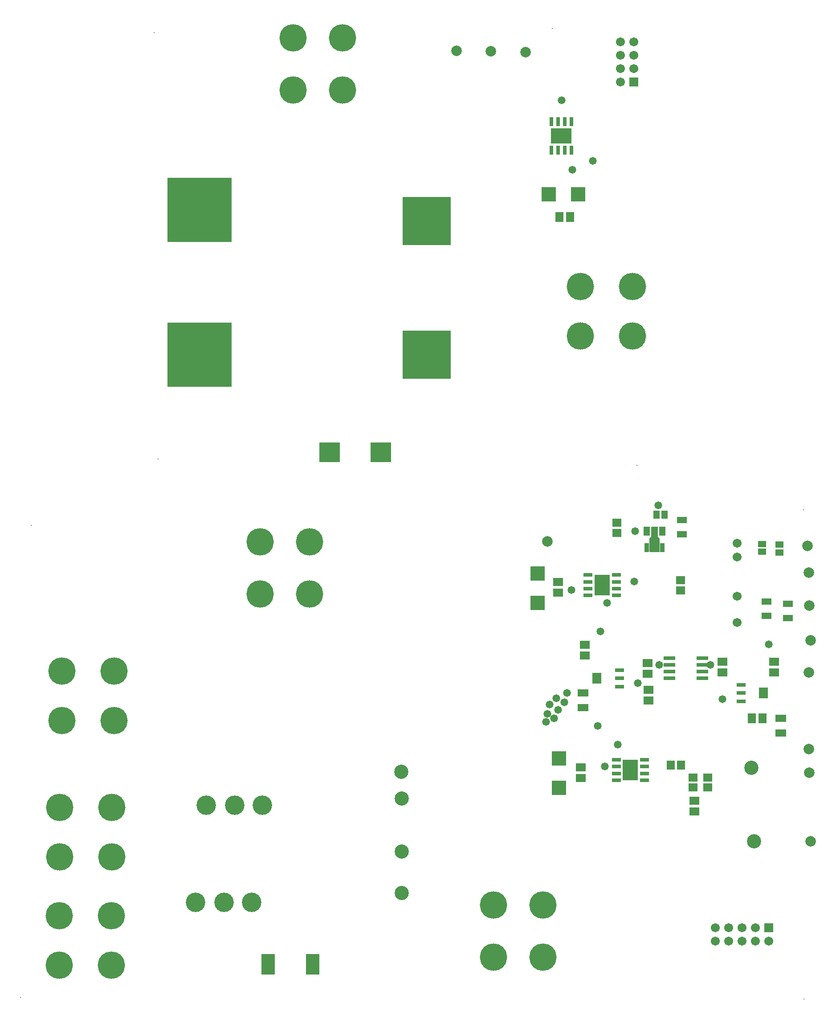
<source format=gts>
G04 Layer_Color=8388736*
%FSLAX25Y25*%
%MOIN*%
G70*
G01*
G75*
%ADD54R,0.10642X0.10642*%
%ADD55R,0.05918X0.07493*%
%ADD56R,0.15761X0.11587*%
%ADD57R,0.03162X0.06902*%
%ADD58R,0.15170X0.14579*%
%ADD59R,0.06706X0.05918*%
%ADD60R,0.07493X0.05918*%
%ADD61R,0.08083X0.05721*%
%ADD62R,0.04737X0.06706*%
%ADD63R,0.03556X0.06706*%
%ADD64R,0.05131X0.06312*%
%ADD65R,0.05918X0.06706*%
%ADD66R,0.07493X0.05131*%
%ADD67R,0.06312X0.05131*%
%ADD68R,0.10642X0.10642*%
%ADD69R,0.06706X0.03162*%
%ADD70R,0.06706X0.08005*%
%ADD71R,0.08674X0.02768*%
%ADD72R,0.11587X0.15761*%
%ADD73R,0.06902X0.03162*%
%ADD74R,0.10249X0.15761*%
%ADD75C,0.00800*%
%ADD76C,0.20485*%
%ADD77C,0.07887*%
%ADD78R,0.06706X0.06706*%
%ADD79C,0.06706*%
%ADD80R,0.36233X0.36233*%
%ADD81R,0.48044X0.48044*%
%ADD82C,0.05800*%
%ADD83C,0.10642*%
%ADD84C,0.14579*%
%ADD85R,0.06706X0.06706*%
G36*
X588718Y471831D02*
X588769Y471820D01*
X588819Y471803D01*
X588866Y471780D01*
X588909Y471751D01*
X588949Y471716D01*
X588983Y471677D01*
X589012Y471633D01*
X589036Y471587D01*
X589053Y471537D01*
X589063Y471485D01*
X589066Y471433D01*
X589066Y464414D01*
X590228Y463252D01*
X590263Y463212D01*
X590292Y463169D01*
X590315Y463122D01*
X590332Y463072D01*
X590342Y463021D01*
X590346Y462968D01*
Y453323D01*
X590342Y453270D01*
X590332Y453219D01*
X590315Y453169D01*
X590292Y453122D01*
X590263Y453079D01*
X590228Y453039D01*
X590189Y453005D01*
X590145Y452976D01*
X590098Y452952D01*
X590049Y452936D01*
X589997Y452925D01*
X589945Y452922D01*
X583252D01*
X583200Y452925D01*
X583148Y452936D01*
X583099Y452952D01*
X583051Y452976D01*
X583008Y453005D01*
X582969Y453039D01*
X582934Y453079D01*
X582905Y453122D01*
X582882Y453169D01*
X582865Y453219D01*
X582855Y453270D01*
X582851Y453323D01*
Y462968D01*
X582855Y463021D01*
X582865Y463072D01*
X582882Y463122D01*
X582905Y463169D01*
X582934Y463212D01*
X582969Y463252D01*
X584131Y464414D01*
Y471433D01*
X584134Y471485D01*
X584144Y471537D01*
X584161Y471587D01*
X584184Y471633D01*
X584213Y471677D01*
X584248Y471716D01*
X584288Y471751D01*
X584331Y471780D01*
X584378Y471803D01*
X584428Y471820D01*
X584479Y471831D01*
X584531Y471834D01*
X588665D01*
X588718Y471831D01*
D02*
G37*
D54*
X507500Y720500D02*
D03*
X529500D02*
D03*
D55*
X515500Y703500D02*
D03*
X523500D02*
D03*
X667500Y328500D02*
D03*
X659500D02*
D03*
D56*
X516772Y764091D02*
D03*
D57*
X509390Y774720D02*
D03*
X514409D02*
D03*
X519429D02*
D03*
X524449D02*
D03*
Y753461D02*
D03*
X519429D02*
D03*
X514409D02*
D03*
X509390D02*
D03*
D58*
X381594Y527500D02*
D03*
X343406D02*
D03*
D59*
X626500Y284240D02*
D03*
Y276760D02*
D03*
X615500Y284240D02*
D03*
Y276760D02*
D03*
X606000Y431740D02*
D03*
Y424260D02*
D03*
X558500Y467260D02*
D03*
Y474740D02*
D03*
D60*
X616500Y267000D02*
D03*
Y259000D02*
D03*
X676000Y363000D02*
D03*
Y371000D02*
D03*
X581500Y370000D02*
D03*
Y362000D02*
D03*
X531500Y292000D02*
D03*
Y284000D02*
D03*
X514500Y430500D02*
D03*
Y422500D02*
D03*
X582000Y350000D02*
D03*
Y342000D02*
D03*
X534500Y375500D02*
D03*
Y383500D02*
D03*
X637500Y371000D02*
D03*
Y363000D02*
D03*
D61*
X681000Y328610D02*
D03*
Y317390D02*
D03*
X533000Y347610D02*
D03*
Y336390D02*
D03*
D62*
X586992Y457063D02*
D03*
X580693Y468480D02*
D03*
X592504D02*
D03*
D63*
X580693Y456276D02*
D03*
X592504D02*
D03*
D64*
X593953Y481000D02*
D03*
X588047D02*
D03*
D65*
X606240Y293500D02*
D03*
X598760D02*
D03*
D66*
X670500Y415815D02*
D03*
Y405185D02*
D03*
X686500Y414315D02*
D03*
Y403685D02*
D03*
X607000Y476815D02*
D03*
Y466185D02*
D03*
D67*
X667000Y458953D02*
D03*
Y453047D02*
D03*
X680000Y458453D02*
D03*
Y452547D02*
D03*
D68*
X515000Y276500D02*
D03*
Y298500D02*
D03*
X499000Y415000D02*
D03*
Y437000D02*
D03*
D69*
X651268Y341319D02*
D03*
Y347500D02*
D03*
Y353681D02*
D03*
X560232Y364681D02*
D03*
Y358500D02*
D03*
Y352319D02*
D03*
D70*
X668000Y347500D02*
D03*
X543500Y358500D02*
D03*
D71*
X622205Y373500D02*
D03*
Y368500D02*
D03*
Y363500D02*
D03*
Y358500D02*
D03*
X597795D02*
D03*
Y363500D02*
D03*
Y368500D02*
D03*
Y373500D02*
D03*
D72*
X547409Y428311D02*
D03*
X568500Y290000D02*
D03*
D73*
X536779Y435693D02*
D03*
Y430673D02*
D03*
Y425654D02*
D03*
Y420634D02*
D03*
X558039D02*
D03*
Y425654D02*
D03*
Y430673D02*
D03*
Y435693D02*
D03*
X579130Y297382D02*
D03*
Y292362D02*
D03*
Y287343D02*
D03*
Y282323D02*
D03*
X557870D02*
D03*
Y287343D02*
D03*
Y292362D02*
D03*
Y297382D02*
D03*
D74*
X330634Y144500D02*
D03*
X297366D02*
D03*
D75*
X573361Y517988D02*
D03*
X510000Y844500D02*
D03*
X215000Y522500D02*
D03*
X212000Y841500D02*
D03*
X698500Y118500D02*
D03*
X112000Y120000D02*
D03*
X120000Y473000D02*
D03*
X698000Y484500D02*
D03*
D76*
X353000Y798500D02*
D03*
X316000D02*
D03*
Y837500D02*
D03*
X353000D02*
D03*
X570000Y651500D02*
D03*
Y614500D02*
D03*
X531000D02*
D03*
Y651500D02*
D03*
X328500Y421500D02*
D03*
X291500D02*
D03*
Y460500D02*
D03*
X328500D02*
D03*
X143000Y327000D02*
D03*
Y364000D02*
D03*
X182000D02*
D03*
Y327000D02*
D03*
X180500Y262000D02*
D03*
Y225000D02*
D03*
X141500D02*
D03*
Y262000D02*
D03*
X180000Y181000D02*
D03*
Y144000D02*
D03*
X141000D02*
D03*
Y181000D02*
D03*
X503000Y150000D02*
D03*
X466000D02*
D03*
Y189000D02*
D03*
X503000D02*
D03*
D77*
X438500Y828000D02*
D03*
X464000Y827500D02*
D03*
X490000Y827000D02*
D03*
X701000Y457500D02*
D03*
X702000Y437500D02*
D03*
X702500Y413000D02*
D03*
X702000Y363000D02*
D03*
Y305500D02*
D03*
X703500Y236500D02*
D03*
X702500Y288000D02*
D03*
X703500Y387000D02*
D03*
X506500Y461000D02*
D03*
D78*
X571000Y804500D02*
D03*
D79*
X561000D02*
D03*
X571000Y814500D02*
D03*
X561000D02*
D03*
X571000Y824500D02*
D03*
X561000D02*
D03*
X571000Y834500D02*
D03*
X561000D02*
D03*
X648343Y459386D02*
D03*
Y449346D02*
D03*
Y420016D02*
D03*
Y400035D02*
D03*
X672000Y162000D02*
D03*
X662000Y172000D02*
D03*
Y162000D02*
D03*
X652000Y172000D02*
D03*
Y162000D02*
D03*
X642000Y172000D02*
D03*
Y162000D02*
D03*
X632000Y172000D02*
D03*
Y162000D02*
D03*
D80*
X416079Y700500D02*
D03*
Y600500D02*
D03*
D81*
X246000Y708925D02*
D03*
Y600500D02*
D03*
D82*
X540500Y745500D02*
D03*
X525000Y739000D02*
D03*
X517000Y791000D02*
D03*
X505500Y326000D02*
D03*
X511500Y328500D02*
D03*
X514500Y335000D02*
D03*
X519000Y340500D02*
D03*
X513000Y343500D02*
D03*
X508000Y339000D02*
D03*
X506500Y332000D02*
D03*
X589500Y488000D02*
D03*
X551000Y415000D02*
D03*
X637500Y343000D02*
D03*
X672000Y384000D02*
D03*
X571500Y431000D02*
D03*
X544000Y323000D02*
D03*
X574000Y355000D02*
D03*
X549362Y292362D02*
D03*
X559000Y309000D02*
D03*
X590000Y368500D02*
D03*
X628500D02*
D03*
X546000Y393500D02*
D03*
X524500Y424500D02*
D03*
X571980Y468480D02*
D03*
X520890Y347610D02*
D03*
D83*
X397500Y198000D02*
D03*
Y228709D02*
D03*
Y268472D02*
D03*
X397106Y288551D02*
D03*
X661000Y236500D02*
D03*
X659000Y291618D02*
D03*
D84*
X243150Y191000D02*
D03*
X264213D02*
D03*
X285000D02*
D03*
X251150Y263500D02*
D03*
X272213D02*
D03*
X293000D02*
D03*
D85*
X672000Y172000D02*
D03*
M02*

</source>
